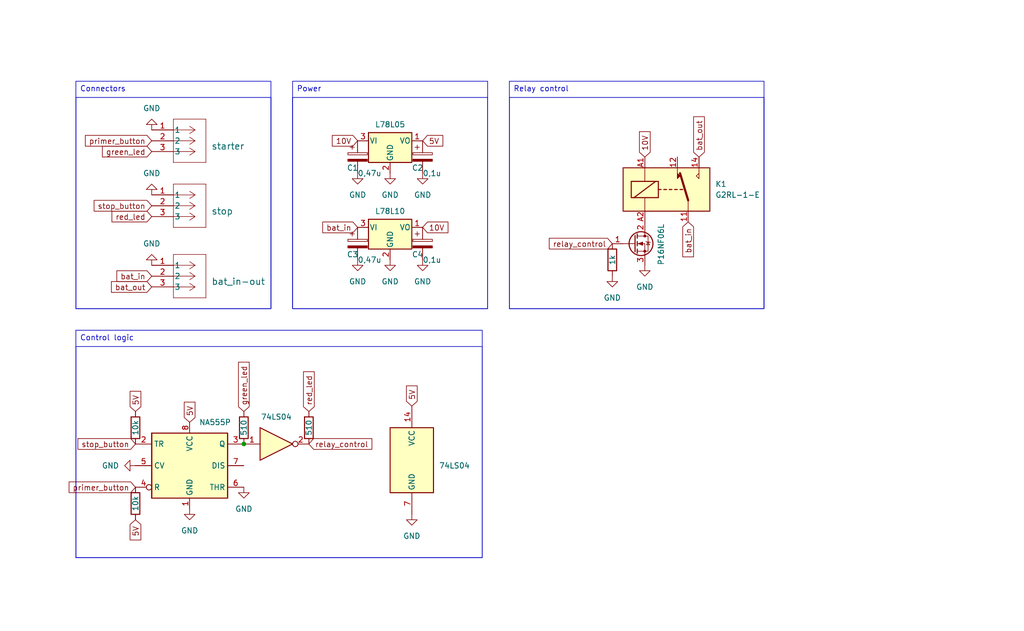
<source format=kicad_sch>
(kicad_sch (version 20230121) (generator eeschema)
  (paper "User" 240.005 148.006)
  (title_block (title "BAU") (date "2024-09-17"))
  (lib_symbols
    (symbol "74xx:74LS04"
      (property "Reference" "U" (at 0 1.27 0))
      (property "Value" "74LS04" (at 0 -1.27 0))
      (symbol "74LS04_1_0"
        (polyline (pts (xy -3.81 3.81) (xy -3.81 -3.81) (xy 3.81 0) (xy -3.81 3.81)) (stroke (width 0.254)) (fill (type background)))
        (pin input line (at -7.62 0 0) (length 3.81) (name "~") (number "1"))
        (pin output inverted (at 7.62 0 180) (length 3.81) (name "~") (number "2"))
      )
      (symbol "74LS04_2_0"
        (polyline (pts (xy -3.81 3.81) (xy -3.81 -3.81) (xy 3.81 0) (xy -3.81 3.81)) (stroke (width 0.254)) (fill (type background)))
        (pin input line (at -7.62 0 0) (length 3.81) (name "~") (number "3"))
        (pin output inverted (at 7.62 0 180) (length 3.81) (name "~") (number "4"))
      )
      (symbol "74LS04_3_0"
        (polyline (pts (xy -3.81 3.81) (xy -3.81 -3.81) (xy 3.81 0) (xy -3.81 3.81)) (stroke (width 0.254)) (fill (type background)))
        (pin input line (at -7.62 0 0) (length 3.81) (name "~") (number "5"))
        (pin output inverted (at 7.62 0 180) (length 3.81) (name "~") (number "6"))
      )
      (symbol "74LS04_4_0"
        (polyline (pts (xy -3.81 3.81) (xy -3.81 -3.81) (xy 3.81 0) (xy -3.81 3.81)) (stroke (width 0.254)) (fill (type background)))
        (pin output inverted (at 7.62 0 180) (length 3.81) (name "~") (number "8"))
        (pin input line (at -7.62 0 0) (length 3.81) (name "~") (number "9"))
      )
      (symbol "74LS04_5_0"
        (polyline (pts (xy -3.81 3.81) (xy -3.81 -3.81) (xy 3.81 0) (xy -3.81 3.81)) (stroke (width 0.254)) (fill (type background)))
        (pin output inverted (at 7.62 0 180) (length 3.81) (name "~") (number "10"))
        (pin input line (at -7.62 0 0) (length 3.81) (name "~") (number "11"))
      )
      (symbol "74LS04_6_0"
        (polyline (pts (xy -3.81 3.81) (xy -3.81 -3.81) (xy 3.81 0) (xy -3.81 3.81)) (stroke (width 0.254)) (fill (type background)))
        (pin output inverted (at 7.62 0 180) (length 3.81) (name "~") (number "12"))
        (pin input line (at -7.62 0 0) (length 3.81) (name "~") (number "13"))
      )
      (symbol "74LS04_7_0"
        (pin power_in line (at 0 12.7 270) (length 5.08) (name "VCC") (number "14"))
        (pin power_in line (at 0 -12.7 90) (length 5.08) (name "GND") (number "7"))
      )
      (symbol "74LS04_7_1"
        (rectangle (start -5.08 7.62) (end 5.08 -7.62) (stroke (width 0.254)) (fill (type background)))
      )
    )
    (symbol "CONN_S3B-PH-K-S_JST:S3B-PH-K-S_LFSN" (pin_names (offset 0.254))
      (property "Reference" "J" (at 8.89 6.35 0))
      (property "Value" "S3B-PH-K-S LFSN" (at 0 0 0))
      (symbol "S3B-PH-K-S_LFSN_1_1"
        (polyline (pts (xy 5.08 -7.62) (xy 12.7 -7.62)) (stroke (width 0.127)))
        (polyline (pts (xy 5.08 2.54) (xy 5.08 -7.62)) (stroke (width 0.127)))
        (polyline (pts (xy 10.16 -5.08) (xy 5.08 -5.08)) (stroke (width 0.127)))
        (polyline (pts (xy 10.16 -5.08) (xy 8.89 -5.9267)) (stroke (width 0.127)))
        (polyline (pts (xy 10.16 -5.08) (xy 8.89 -4.2333)) (stroke (width 0.127)))
        (polyline (pts (xy 10.16 -2.54) (xy 5.08 -2.54)) (stroke (width 0.127)))
        (polyline (pts (xy 10.16 -2.54) (xy 8.89 -3.3867)) (stroke (width 0.127)))
        (polyline (pts (xy 10.16 -2.54) (xy 8.89 -1.6933)) (stroke (width 0.127)))
        (polyline (pts (xy 10.16 0) (xy 5.08 0)) (stroke (width 0.127)))
        (polyline (pts (xy 10.16 0) (xy 8.89 -0.8467)) (stroke (width 0.127)))
        (polyline (pts (xy 10.16 0) (xy 8.89 0.8467)) (stroke (width 0.127)))
        (polyline (pts (xy 12.7 -7.62) (xy 12.7 2.54)) (stroke (width 0.127)))
        (polyline (pts (xy 12.7 2.54) (xy 5.08 2.54)) (stroke (width 0.127)))
        (pin unspecified line (at 0 0 0) (length 5.08) (name "1") (number "1"))
        (pin unspecified line (at 0 -2.54 0) (length 5.08) (name "2") (number "2"))
        (pin unspecified line (at 0 -5.08 0) (length 5.08) (name "3") (number "3"))
      )
      (symbol "S3B-PH-K-S_LFSN_1_2"
        (polyline (pts (xy 5.08 -7.62) (xy 12.7 -7.62)) (stroke (width 0.127)))
        (polyline (pts (xy 5.08 2.54) (xy 5.08 -7.62)) (stroke (width 0.127)))
        (polyline (pts (xy 7.62 -5.08) (xy 5.08 -5.08)) (stroke (width 0.127)))
        (polyline (pts (xy 7.62 -5.08) (xy 8.89 -5.9267)) (stroke (width 0.127)))
        (polyline (pts (xy 7.62 -5.08) (xy 8.89 -4.2333)) (stroke (width 0.127)))
        (polyline (pts (xy 7.62 -2.54) (xy 5.08 -2.54)) (stroke (width 0.127)))
        (polyline (pts (xy 7.62 -2.54) (xy 8.89 -3.3867)) (stroke (width 0.127)))
        (polyline (pts (xy 7.62 -2.54) (xy 8.89 -1.6933)) (stroke (width 0.127)))
        (polyline (pts (xy 7.62 0) (xy 5.08 0)) (stroke (width 0.127)))
        (polyline (pts (xy 7.62 0) (xy 8.89 -0.8467)) (stroke (width 0.127)))
        (polyline (pts (xy 7.62 0) (xy 8.89 0.8467)) (stroke (width 0.127)))
        (polyline (pts (xy 12.7 -7.62) (xy 12.7 2.54)) (stroke (width 0.127)))
        (polyline (pts (xy 12.7 2.54) (xy 5.08 2.54)) (stroke (width 0.127)))
        (pin unspecified line (at 0 0 0) (length 5.08) (name "1") (number "1"))
        (pin unspecified line (at 0 -2.54 0) (length 5.08) (name "2") (number "2"))
        (pin unspecified line (at 0 -5.08 0) (length 5.08) (name "3") (number "3"))
      )
    )
    (symbol "CONN_S3B-XH-ALFSN_JST:S3B-XH-ALFSN" (pin_names (offset 0.254))
      (property "Reference" "J" (at 8.89 6.35 0))
      (property "Value" "S3B-XH-ALFSN" (at 0 0 0))
      (symbol "S3B-XH-ALFSN_1_1"
        (polyline (pts (xy 5.08 -7.62) (xy 12.7 -7.62)) (stroke (width 0.127)))
        (polyline (pts (xy 5.08 2.54) (xy 5.08 -7.62)) (stroke (width 0.127)))
        (polyline (pts (xy 10.16 -5.08) (xy 5.08 -5.08)) (stroke (width 0.127)))
        (polyline (pts (xy 10.16 -5.08) (xy 8.89 -5.9267)) (stroke (width 0.127)))
        (polyline (pts (xy 10.16 -5.08) (xy 8.89 -4.2333)) (stroke (width 0.127)))
        (polyline (pts (xy 10.16 -2.54) (xy 5.08 -2.54)) (stroke (width 0.127)))
        (polyline (pts (xy 10.16 -2.54) (xy 8.89 -3.3867)) (stroke (width 0.127)))
        (polyline (pts (xy 10.16 -2.54) (xy 8.89 -1.6933)) (stroke (width 0.127)))
        (polyline (pts (xy 10.16 0) (xy 5.08 0)) (stroke (width 0.127)))
        (polyline (pts (xy 10.16 0) (xy 8.89 -0.8467)) (stroke (width 0.127)))
        (polyline (pts (xy 10.16 0) (xy 8.89 0.8467)) (stroke (width 0.127)))
        (polyline (pts (xy 12.7 -7.62) (xy 12.7 2.54)) (stroke (width 0.127)))
        (polyline (pts (xy 12.7 2.54) (xy 5.08 2.54)) (stroke (width 0.127)))
        (pin unspecified line (at 0 0 0) (length 5.08) (name "1") (number "1"))
        (pin unspecified line (at 0 -2.54 0) (length 5.08) (name "2") (number "2"))
        (pin unspecified line (at 0 -5.08 0) (length 5.08) (name "3") (number "3"))
      )
      (symbol "S3B-XH-ALFSN_1_2"
        (polyline (pts (xy 5.08 -7.62) (xy 12.7 -7.62)) (stroke (width 0.127)))
        (polyline (pts (xy 5.08 2.54) (xy 5.08 -7.62)) (stroke (width 0.127)))
        (polyline (pts (xy 7.62 -5.08) (xy 5.08 -5.08)) (stroke (width 0.127)))
        (polyline (pts (xy 7.62 -5.08) (xy 8.89 -5.9267)) (stroke (width 0.127)))
        (polyline (pts (xy 7.62 -5.08) (xy 8.89 -4.2333)) (stroke (width 0.127)))
        (polyline (pts (xy 7.62 -2.54) (xy 5.08 -2.54)) (stroke (width 0.127)))
        (polyline (pts (xy 7.62 -2.54) (xy 8.89 -3.3867)) (stroke (width 0.127)))
        (polyline (pts (xy 7.62 -2.54) (xy 8.89 -1.6933)) (stroke (width 0.127)))
        (polyline (pts (xy 7.62 0) (xy 5.08 0)) (stroke (width 0.127)))
        (polyline (pts (xy 7.62 0) (xy 8.89 -0.8467)) (stroke (width 0.127)))
        (polyline (pts (xy 7.62 0) (xy 8.89 0.8467)) (stroke (width 0.127)))
        (polyline (pts (xy 12.7 -7.62) (xy 12.7 2.54)) (stroke (width 0.127)))
        (polyline (pts (xy 12.7 2.54) (xy 5.08 2.54)) (stroke (width 0.127)))
        (pin unspecified line (at 0 0 0) (length 5.08) (name "1") (number "1"))
        (pin unspecified line (at 0 -2.54 0) (length 5.08) (name "2") (number "2"))
        (pin unspecified line (at 0 -5.08 0) (length 5.08) (name "3") (number "3"))
      )
    )
    (symbol "Device:C_Polarized" (pin_numbers hide) (pin_names (offset 0.254))
      (property "Reference" "C" (at 0.635 2.54 0))
      (property "Value" "C_Polarized" (at 0.635 -2.54 0))
      (symbol "C_Polarized_0_1"
        (rectangle (start -2.286 0.508) (end 2.286 1.016))
        (polyline (pts (xy -1.778 2.286) (xy -0.762 2.286)))
        (polyline (pts (xy -1.27 2.794) (xy -1.27 1.778)))
        (rectangle (start 2.286 -0.508) (end -2.286 -1.016) (fill (type outline)))
      )
      (symbol "C_Polarized_1_1"
        (pin passive line (at 0 3.81 270) (length 2.794) (name "~") (number "1"))
        (pin passive line (at 0 -3.81 90) (length 2.794) (name "~") (number "2"))
      )
    )
    (symbol "Device:R" (pin_numbers hide) (pin_names (offset 0))
      (property "Reference" "R" (at 2.032 0 90))
      (property "Value" "R" (at 0 0 90))
      (symbol "R_0_1"
        (rectangle (start -1.016 -2.54) (end 1.016 2.54) (stroke (width 0.254)))
      )
      (symbol "R_1_1"
        (pin passive line (at 0 3.81 270) (length 1.27) (name "~") (number "1"))
        (pin passive line (at 0 -3.81 90) (length 1.27) (name "~") (number "2"))
      )
    )
    (symbol "Regulator_Linear:L78L05_TO92" (pin_names (offset 0.254))
      (property "Reference" "U" (at -3.81 3.175 0))
      (property "Value" "L78L05_TO92" (at 0 3.175 0))
      (symbol "L78L05_TO92_0_1"
        (rectangle (start -5.08 -5.08) (end 5.08 1.905) (stroke (width 0.254)) (fill (type background)))
      )
      (symbol "L78L05_TO92_1_1"
        (pin power_out line (at 7.62 0 180) (length 2.54) (name "VO") (number "1"))
        (pin power_in line (at 0 -7.62 90) (length 2.54) (name "GND") (number "2"))
        (pin power_in line (at -7.62 0 0) (length 2.54) (name "VI") (number "3"))
      )
    )
    (symbol "Regulator_Linear:L78L10_TO92" (pin_names (offset 0.254))
      (property "Reference" "U" (at -3.81 3.175 0))
      (property "Value" "L78L10_TO92" (at 0 3.175 0))
      (symbol "L78L10_TO92_0_1"
        (rectangle (start -5.08 -5.08) (end 5.08 1.905) (stroke (width 0.254)) (fill (type background)))
      )
      (symbol "L78L10_TO92_1_1"
        (pin power_out line (at 7.62 0 180) (length 2.54) (name "VO") (number "1"))
        (pin power_in line (at 0 -7.62 90) (length 2.54) (name "GND") (number "2"))
        (pin power_in line (at -7.62 0 0) (length 2.54) (name "VI") (number "3"))
      )
    )
    (symbol "Relay:G2RL-1-E"
      (property "Reference" "K" (at 11.43 3.81 0))
      (property "Value" "G2RL-1-E" (at 11.43 1.27 0))
      (symbol "G2RL-1-E_0_0"
        (polyline (pts (xy 7.62 5.08) (xy 7.62 2.54) (xy 6.985 3.175) (xy 7.62 3.81)))
      )
      (symbol "G2RL-1-E_0_1"
        (rectangle (start -10.16 5.08) (end 10.16 -5.08) (stroke (width 0.254)) (fill (type background)))
        (rectangle (start -8.255 1.905) (end -1.905 -1.905) (stroke (width 0.254)))
        (polyline (pts (xy -7.62 -1.905) (xy -2.54 1.905)) (stroke (width 0.254)))
        (polyline (pts (xy -5.08 -5.08) (xy -5.08 -1.905)))
        (polyline (pts (xy -5.08 5.08) (xy -5.08 1.905)))
        (polyline (pts (xy -1.905 0) (xy -1.27 0)) (stroke (width 0.254)))
        (polyline (pts (xy -0.635 0) (xy 0 0)) (stroke (width 0.254)))
        (polyline (pts (xy 0.635 0) (xy 1.27 0)) (stroke (width 0.254)))
        (polyline (pts (xy 1.905 0) (xy 2.54 0)) (stroke (width 0.254)))
        (polyline (pts (xy 3.175 0) (xy 3.81 0)) (stroke (width 0.254)))
        (polyline (pts (xy 5.08 -2.54) (xy 3.175 3.81)) (stroke (width 0.508)))
        (polyline (pts (xy 5.08 -2.54) (xy 5.08 -5.08)))
        (polyline (pts (xy 2.54 5.08) (xy 2.54 2.54) (xy 3.175 3.175) (xy 2.54 3.81)) (fill (type outline)))
      )
      (symbol "G2RL-1-E_1_1"
        (pin passive line (at 5.08 -7.62 90) (length 2.54) (name "~") (number "11"))
        (pin passive line (at 2.54 7.62 270) (length 2.54) (name "~") (number "12"))
        (pin passive line (at 7.62 7.62 270) (length 2.54) (name "~") (number "14"))
        (pin passive line (at -5.08 7.62 270) (length 2.54) (name "~") (number "A1"))
        (pin passive line (at -5.08 -7.62 90) (length 2.54) (name "~") (number "A2"))
      )
    )
    (symbol "Timer:NA555P"
      (property "Reference" "U" (at -10.16 8.89 0))
      (property "Value" "NA555P" (at 2.54 8.89 0))
      (symbol "NA555P_0_0"
        (pin power_in line (at 0 -10.16 90) (length 2.54) (name "GND") (number "1"))
        (pin power_in line (at 0 10.16 270) (length 2.54) (name "VCC") (number "8"))
      )
      (symbol "NA555P_0_1"
        (rectangle (start -8.89 -7.62) (end 8.89 7.62) (stroke (width 0.254)) (fill (type background)))
        (rectangle (start -8.89 -7.62) (end 8.89 7.62) (stroke (width 0.254)) (fill (type background)))
      )
      (symbol "NA555P_1_1"
        (pin input line (at -12.7 5.08 0) (length 3.81) (name "TR") (number "2"))
        (pin output line (at 12.7 5.08 180) (length 3.81) (name "Q") (number "3"))
        (pin input inverted (at -12.7 -5.08 0) (length 3.81) (name "R") (number "4"))
        (pin input line (at -12.7 0 0) (length 3.81) (name "CV") (number "5"))
        (pin input line (at 12.7 -5.08 180) (length 3.81) (name "THR") (number "6"))
        (pin input line (at 12.7 0 180) (length 3.81) (name "DIS") (number "7"))
      )
    )
    (symbol "Transistor_FET:IRLIZ44N" (pin_names hide)
      (property "Reference" "Q" (at 5.08 1.905 0))
      (property "Value" "IRLIZ44N" (at 5.08 0 0))
      (symbol "IRLIZ44N_0_1"
        (polyline (pts (xy 0.254 0) (xy -2.54 0)))
        (polyline (pts (xy 0.254 1.905) (xy 0.254 -1.905)) (stroke (width 0.254)))
        (polyline (pts (xy 0.762 -1.27) (xy 0.762 -2.286)) (stroke (width 0.254)))
        (polyline (pts (xy 0.762 0.508) (xy 0.762 -0.508)) (stroke (width 0.254)))
        (polyline (pts (xy 0.762 2.286) (xy 0.762 1.27)) (stroke (width 0.254)))
        (polyline (pts (xy 2.54 2.54) (xy 2.54 1.778)))
        (polyline (pts (xy 2.54 -2.54) (xy 2.54 0) (xy 0.762 0)))
        (polyline (pts (xy 0.762 -1.778) (xy 3.302 -1.778) (xy 3.302 1.778) (xy 0.762 1.778)))
        (polyline (pts (xy 1.016 0) (xy 2.032 0.381) (xy 2.032 -0.381) (xy 1.016 0)) (fill (type outline)))
        (polyline (pts (xy 2.794 0.508) (xy 2.921 0.381) (xy 3.683 0.381) (xy 3.81 0.254)))
        (polyline (pts (xy 3.302 0.381) (xy 2.921 -0.254) (xy 3.683 -0.254) (xy 3.302 0.381)))
        (circle (center 1.651 0) (radius 2.794) (stroke (width 0.254)))
        (circle (center 2.54 -1.778) (radius 0.254) (fill (type outline)))
        (circle (center 2.54 1.778) (radius 0.254) (fill (type outline)))
      )
      (symbol "IRLIZ44N_1_1"
        (pin input line (at -5.08 0 0) (length 2.54) (name "G") (number "1"))
        (pin passive line (at 2.54 5.08 270) (length 2.54) (name "D") (number "2"))
        (pin passive line (at 2.54 -5.08 90) (length 2.54) (name "S") (number "3"))
      )
    )
    (symbol "power:GND" (power) (pin_names (offset 0))
      (property "Value" "GND" (at 0 -3.81 0))
      (symbol "GND_0_1"
        (polyline (pts (xy 0 0) (xy 0 -1.27) (xy 1.27 -1.27) (xy 0 -2.54) (xy -1.27 -1.27) (xy 0 -1.27)))
      )
      (symbol "GND_1_1"
        (pin power_in line (at 0 0 270) (length 0) hide (name "GND") (number "1"))
      )
    )
  )
  (junction (at 57.15 104.14))
  (rectangle (start 68.58 22.86) (end 114.3 72.39))
  (rectangle (start 119.38 22.86) (end 179.07 72.39))
  (rectangle (start 17.78 22.86) (end 63.5 72.39))
  (rectangle (start 17.78 81.28) (end 113.03 130.81))
  (text_box "Relay control" (at 119.38 19.05 0) (size 59.69 53.34) (effects (font (size 1.27 1.27)) (justify left top)))
  (text_box "Control logic" (at 17.78 77.47 0) (size 95.25 53.34) (effects (font (size 1.27 1.27)) (justify left top)))
  (text_box "Power" (at 68.58 19.05 0) (size 45.72 53.34) (effects (font (size 1.27 1.27)) (justify left top)))
  (text_box "Connectors" (at 17.78 19.05 0) (size 45.72 53.34) (effects (font (size 1.27 1.27)) (justify left top)))
  (global_label "bat_in" (shape input) (at 83.82 53.34 180) (property "Intersheetrefs" "${INTERSHEET_REFS}" (effects hide)))
  (global_label "stop_button" (shape input) (at 31.75 104.14 180) (property "Intersheetrefs" "${INTERSHEET_REFS}" (effects hide)))
  (global_label "red_led" (shape input) (at 72.39 96.52 90) (property "Intersheetrefs" "${INTERSHEET_REFS}" (effects hide)))
  (global_label "10V" (shape input) (at 151.13 36.83 90) (property "Intersheetrefs" "${INTERSHEET_REFS}" (effects hide)))
  (global_label "5V" (shape input) (at 44.45 99.06 90) (property "Intersheetrefs" "${INTERSHEET_REFS}" (effects hide)))
  (global_label "green_led" (shape input) (at 35.56 35.56 180) (property "Intersheetrefs" "${INTERSHEET_REFS}" (effects hide)))
  (global_label "bat_in" (shape input) (at 35.56 64.77 180) (property "Intersheetrefs" "${INTERSHEET_REFS}" (effects hide)))
  (global_label "5V" (shape input) (at 99.06 33.02 0) (property "Intersheetrefs" "${INTERSHEET_REFS}" (effects hide)))
  (global_label "green_led" (shape input) (at 57.15 96.52 90) (property "Intersheetrefs" "${INTERSHEET_REFS}" (effects hide)))
  (global_label "bat_in" (shape input) (at 161.29 52.07 270) (property "Intersheetrefs" "${INTERSHEET_REFS}" (effects hide)))
  (global_label "10V" (shape input) (at 99.06 53.34 0) (property "Intersheetrefs" "${INTERSHEET_REFS}" (effects hide)))
  (global_label "primer_button" (shape input) (at 35.56 33.02 180) (property "Intersheetrefs" "${INTERSHEET_REFS}" (effects hide)))
  (global_label "5V" (shape input) (at 31.75 96.52 90) (property "Intersheetrefs" "${INTERSHEET_REFS}" (effects hide)))
  (global_label "relay_control" (shape input) (at 143.51 57.15 180) (property "Intersheetrefs" "${INTERSHEET_REFS}" (effects hide)))
  (global_label "5V" (shape input) (at 31.75 121.92 270) (property "Intersheetrefs" "${INTERSHEET_REFS}" (effects hide)))
  (global_label "stop_button" (shape input) (at 35.56 48.26 180) (property "Intersheetrefs" "${INTERSHEET_REFS}" (effects hide)))
  (global_label "relay_control" (shape input) (at 72.39 104.14 0) (property "Intersheetrefs" "${INTERSHEET_REFS}" (effects hide)))
  (global_label "5V" (shape input) (at 96.52 95.25 90) (property "Intersheetrefs" "${INTERSHEET_REFS}" (effects hide)))
  (global_label "red_led" (shape input) (at 35.56 50.8 180) (property "Intersheetrefs" "${INTERSHEET_REFS}" (effects hide)))
  (global_label "10V" (shape input) (at 83.82 33.02 180) (property "Intersheetrefs" "${INTERSHEET_REFS}" (effects hide)))
  (global_label "primer_button" (shape input) (at 31.75 114.3 180) (property "Intersheetrefs" "${INTERSHEET_REFS}" (effects hide)))
  (global_label "bat_out" (shape input) (at 163.83 36.83 90) (property "Intersheetrefs" "${INTERSHEET_REFS}" (effects hide)))
  (global_label "bat_out" (shape input) (at 35.56 67.31 180) (property "Intersheetrefs" "${INTERSHEET_REFS}" (effects hide)))
  (symbol (lib_id "Device:R") (at 31.75 118.11 180) (unit 1)
    (property "Reference" "R2" (effects hide))
    (property "Value" "10k" (at 31.75 118.11 90))
    (property "Footprint" "Resistor_THT:R_Axial_DIN0207_L6.3mm_D2.5mm_P7.62mm_Horizontal" (effects hide))
  )
  (symbol (lib_id "Device:R") (at 72.39 100.33 0) (unit 1)
    (property "Reference" "R5" (effects hide))
    (property "Value" "510" (at 72.39 100.33 90))
    (property "Footprint" "Resistor_THT:R_Axial_DIN0207_L6.3mm_D2.5mm_P7.62mm_Horizontal" (effects hide))
  )
  (symbol (lib_id "CONN_S3B-PH-K-S_JST:S3B-PH-K-S_LFSN") (at 35.56 45.72 0) (unit 1)
    (property "Reference" "stop1" (effects hide))
    (property "Value" "stop" (at 49.53 49.53 0) (effects (font (size 1.524 1.524)) (justify left)))
    (property "Footprint" "CONN_S3B-PH-K-S_JST:CONN_S3B-PH-K-S_JST" (effects hide))
    (property "Datasheet" "S3B-PH-K-S LFSN" (effects hide))
  )
  (symbol (lib_id "power:GND") (at 99.06 40.64 0) (unit 1)
    (property "Reference" "#PWR04" (effects hide))
    (property "Value" "GND" (at 99.06 45.72 0))
  )
  (symbol (lib_id "power:GND") (at 99.06 60.96 0) (unit 1)
    (property "Reference" "#PWR01" (effects hide))
    (property "Value" "GND" (at 99.06 66.04 0))
  )
  (symbol (lib_id "power:GND") (at 35.56 30.48 180) (unit 1)
    (property "Reference" "#PWR07" (effects hide))
    (property "Value" "GND" (at 35.56 25.4 0))
  )
  (symbol (lib_id "power:GND") (at 83.82 60.96 0) (unit 1)
    (property "Reference" "#PWR02" (effects hide))
    (property "Value" "GND" (at 83.82 66.04 0))
  )
  (symbol (lib_id "power:GND") (at 44.45 119.38 0) (unit 1)
    (property "Reference" "#PWR015" (effects hide))
    (property "Value" "GND" (at 44.45 124.46 0))
  )
  (symbol (lib_id "power:GND") (at 31.75 109.22 270) (unit 1)
    (property "Reference" "#PWR013" (effects hide))
    (property "Value" "GND" (at 27.94 109.22 90) (effects (justify right)))
  )
  (symbol (lib_id "power:GND") (at 57.15 114.3 0) (unit 1)
    (property "Reference" "#PWR014" (effects hide))
    (property "Value" "GND" (at 57.15 119.38 0))
  )
  (symbol (lib_id "Device:R") (at 57.15 100.33 0) (unit 1)
    (property "Reference" "R4" (effects hide))
    (property "Value" "510" (at 57.15 100.33 90))
    (property "Footprint" "Resistor_THT:R_Axial_DIN0207_L6.3mm_D2.5mm_P7.62mm_Horizontal" (effects hide))
  )
  (symbol (lib_id "Device:C_Polarized") (at 99.06 36.83 0) (unit 1)
    (property "Reference" "C2" (at 96.52 39.37 0) (effects (justify left)))
    (property "Value" "0,1u" (at 99.06 40.64 0) (effects (justify left)))
    (property "Footprint" "Capacitor_THT:CP_Radial_D4.0mm_P2.00mm" (effects hide))
  )
  (symbol (lib_id "power:GND") (at 35.56 62.23 180) (unit 1)
    (property "Reference" "#PWR09" (effects hide))
    (property "Value" "GND" (at 35.56 57.15 0))
  )
  (symbol (lib_id "Regulator_Linear:L78L10_TO92") (at 91.44 53.34 0) (unit 1)
    (property "Reference" "L78L10_TO92" (effects hide))
    (property "Value" "L78L10" (at 91.44 49.53 0))
    (property "Footprint" "Package_TO_SOT_THT:TO-92L_Inline_Wide" (effects hide))
    (property "Datasheet" "http://www.st.com/content/ccc/resource/technical/document/datasheet/15/55/e5/aa/23/5b/43/fd/CD00000446.pdf/files/CD00000446.pdf/jcr:content/translations/en.CD00000446.pdf" (effects hide))
  )
  (symbol (lib_id "74xx:74LS04") (at 96.52 107.95 0) (unit 7)
    (property "Reference" "U2" (effects hide))
    (property "Value" "74LS04" (at 102.87 109.22 0) (effects (justify left)))
    (property "Footprint" "Package_DIP:DIP-14_W7.62mm_Socket" (effects hide))
    (property "Datasheet" "http://www.ti.com/lit/gpn/sn74LS04" (effects hide))
  )
  (symbol (lib_id "power:GND") (at 143.51 64.77 0) (unit 1)
    (property "Reference" "#PWR012" (effects hide))
    (property "Value" "GND" (at 143.51 69.85 0))
  )
  (symbol (lib_id "Device:R") (at 31.75 100.33 0) (unit 1)
    (property "Reference" "R1" (effects hide))
    (property "Value" "10k" (at 31.75 100.33 90))
    (property "Footprint" "Resistor_THT:R_Axial_DIN0207_L6.3mm_D2.5mm_P7.62mm_Horizontal" (effects hide))
  )
  (symbol (lib_id "CONN_S3B-PH-K-S_JST:S3B-PH-K-S_LFSN") (at 35.56 30.48 0) (unit 1)
    (property "Reference" "starter1" (effects hide))
    (property "Value" "starter" (at 49.53 34.29 0) (effects (font (size 1.524 1.524)) (justify left)))
    (property "Footprint" "CONN_S3B-PH-K-S_JST:CONN_S3B-PH-K-S_JST" (effects hide))
    (property "Datasheet" "S3B-PH-K-S LFSN" (effects hide))
  )
  (symbol (lib_id "power:GND") (at 91.44 60.96 0) (unit 1)
    (property "Reference" "#PWR05" (effects hide))
    (property "Value" "GND" (at 91.44 66.04 0))
  )
  (symbol (lib_id "74xx:74LS04") (at 64.77 104.14 0) (unit 1)
    (property "Reference" "U2" (effects hide))
    (property "Value" "74LS04" (at 64.77 97.79 0))
    (property "Footprint" "Package_DIP:DIP-14_W7.62mm_Socket" (effects hide))
    (property "Datasheet" "http://www.ti.com/lit/gpn/sn74LS04" (effects hide))
  )
  (symbol (lib_id "power:GND") (at 151.13 62.23 0) (unit 1)
    (property "Reference" "#PWR011" (effects hide))
    (property "Value" "GND" (at 151.13 67.31 0))
  )
  (symbol (lib_id "Device:C_Polarized") (at 83.82 36.83 0) (unit 1)
    (property "Reference" "C1" (at 81.28 39.37 0) (effects (justify left)))
    (property "Value" "0,47u" (at 83.82 40.64 0) (effects (justify left)))
    (property "Footprint" "Capacitor_THT:CP_Radial_D5.0mm_P2.50mm" (effects hide))
  )
  (symbol (lib_id "CONN_S3B-XH-ALFSN_JST:S3B-XH-ALFSN") (at 35.56 62.23 0) (unit 1)
    (property "Reference" "bat_in-out1" (effects hide))
    (property "Value" "bat_in-out" (at 49.53 66.04 0) (effects (font (size 1.524 1.524)) (justify left)))
    (property "Footprint" "CONN_S3B-XH-ALFSN_JST:CONN_S3B-XH-ALFSN_JST" (effects hide))
    (property "Datasheet" "S3B-XH-ALFSN" (effects hide))
  )
  (symbol (lib_id "Regulator_Linear:L78L05_TO92") (at 91.44 33.02 0) (unit 1)
    (property "Reference" "L78L05_TO92" (effects hide))
    (property "Value" "L78L05" (at 91.44 29.21 0))
    (property "Footprint" "Package_TO_SOT_THT:TO-92_Inline" (effects hide))
    (property "Datasheet" "http://www.st.com/content/ccc/resource/technical/document/datasheet/15/55/e5/aa/23/5b/43/fd/CD00000446.pdf/files/CD00000446.pdf/jcr:content/translations/en.CD00000446.pdf" (effects hide))
  )
  (symbol (lib_id "power:GND") (at 96.52 120.65 0) (unit 1)
    (property "Reference" "#PWR010" (effects hide))
    (property "Value" "GND" (at 96.52 125.73 0))
  )
  (symbol (lib_id "power:GND") (at 83.82 40.64 0) (unit 1)
    (property "Reference" "#PWR03" (effects hide))
    (property "Value" "GND" (at 83.82 45.72 0))
  )
  (symbol (lib_id "power:GND") (at 91.44 40.64 0) (unit 1)
    (property "Reference" "#PWR06" (effects hide))
    (property "Value" "GND" (at 91.44 45.72 0))
  )
  (symbol (lib_id "power:GND") (at 35.56 45.72 180) (unit 1)
    (property "Reference" "#PWR08" (effects hide))
    (property "Value" "GND" (at 35.56 40.64 0))
  )
  (symbol (lib_id "Relay:G2RL-1-E") (at 156.21 44.45 0) (unit 1)
    (property "Reference" "K1" (at 167.64 43.18 0) (effects (justify left)))
    (property "Value" "G2RL-1-E" (at 167.64 45.72 0) (effects (justify left)))
    (property "Footprint" "Relay_THT:Relay_SPDT_Omron_G2RL-1-E" (effects hide))
    (property "Datasheet" "https://omronfs.omron.com/en_US/ecb/products/pdf/en-g2rl.pdf" (effects hide))
  )
  (symbol (lib_id "Device:C_Polarized") (at 99.06 57.15 0) (unit 1)
    (property "Reference" "C4" (at 96.52 59.69 0) (effects (justify left)))
    (property "Value" "0,1u" (at 99.06 60.96 0) (effects (justify left)))
    (property "Footprint" "Capacitor_THT:CP_Radial_D4.0mm_P2.00mm" (effects hide))
  )
  (symbol (lib_id "Device:C_Polarized") (at 83.82 57.15 0) (unit 1)
    (property "Reference" "C3" (at 81.28 59.69 0) (effects (justify left)))
    (property "Value" "0,47u" (at 83.82 60.96 0) (effects (justify left)))
    (property "Footprint" "Capacitor_THT:CP_Radial_D5.0mm_P2.50mm" (effects hide))
  )
  (symbol (lib_id "Device:R") (at 143.51 60.96 0) (unit 1)
    (property "Reference" "R3" (effects hide))
    (property "Value" "1k" (at 143.51 60.96 90))
    (property "Footprint" "Resistor_THT:R_Axial_DIN0207_L6.3mm_D2.5mm_P7.62mm_Horizontal" (effects hide))
  )
  (symbol (lib_id "Transistor_FET:IRLIZ44N") (at 148.59 57.15 0) (unit 1)
    (property "Reference" "P16NF06L1" (effects hide))
    (property "Value" "P16NF06L" (at 154.94 62.23 90) (effects (justify left)))
    (property "Footprint" "Package_TO_SOT_THT:TO-220F-3_Vertical" (effects hide))
  )
  (symbol (lib_id "Timer:NA555P") (at 44.45 109.22 0) (unit 1)
    (property "Reference" "NA555P1" (effects hide))
    (property "Value" "NA555P" (at 46.6441 99.06 0) (effects (justify left)))
    (property "Footprint" "Package_DIP:DIP-8_W7.62mm_Socket" (effects hide))
    (property "Datasheet" "http://www.ti.com/lit/ds/symlink/ne555.pdf" (effects hide))
  )
)
</source>
